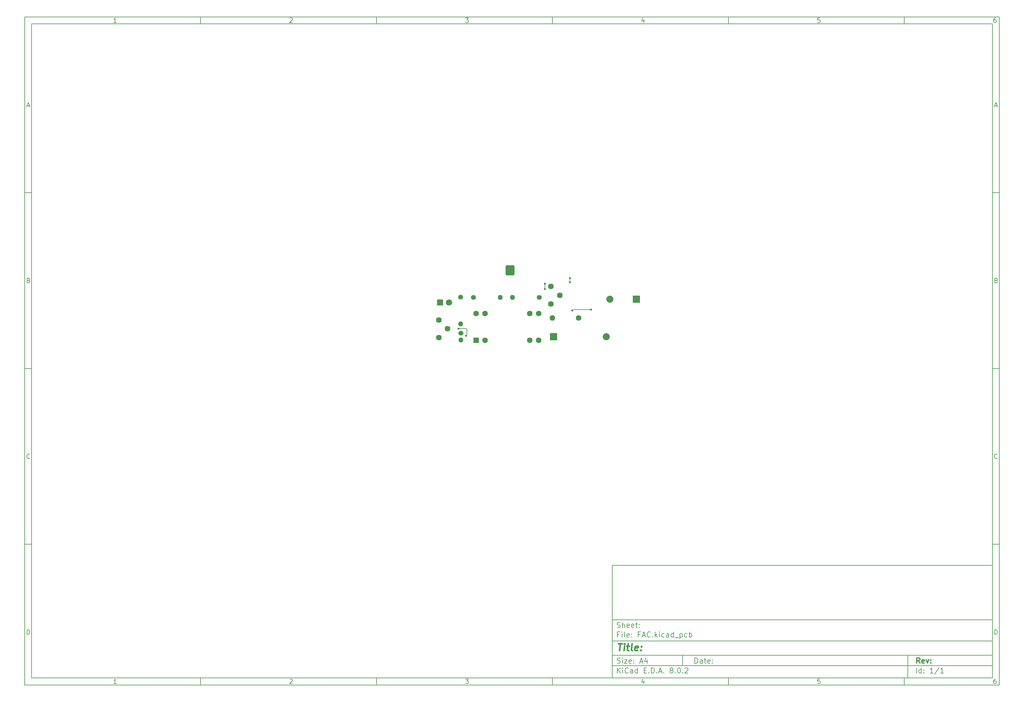
<source format=gbr>
%TF.GenerationSoftware,KiCad,Pcbnew,8.0.2*%
%TF.CreationDate,2024-06-13T18:36:30+05:30*%
%TF.ProjectId,FAC,4641432e-6b69-4636-9164-5f7063625858,rev?*%
%TF.SameCoordinates,Original*%
%TF.FileFunction,Copper,L2,Bot*%
%TF.FilePolarity,Positive*%
%FSLAX46Y46*%
G04 Gerber Fmt 4.6, Leading zero omitted, Abs format (unit mm)*
G04 Created by KiCad (PCBNEW 8.0.2) date 2024-06-13 18:36:30*
%MOMM*%
%LPD*%
G01*
G04 APERTURE LIST*
G04 Aperture macros list*
%AMRoundRect*
0 Rectangle with rounded corners*
0 $1 Rounding radius*
0 $2 $3 $4 $5 $6 $7 $8 $9 X,Y pos of 4 corners*
0 Add a 4 corners polygon primitive as box body*
4,1,4,$2,$3,$4,$5,$6,$7,$8,$9,$2,$3,0*
0 Add four circle primitives for the rounded corners*
1,1,$1+$1,$2,$3*
1,1,$1+$1,$4,$5*
1,1,$1+$1,$6,$7*
1,1,$1+$1,$8,$9*
0 Add four rect primitives between the rounded corners*
20,1,$1+$1,$2,$3,$4,$5,0*
20,1,$1+$1,$4,$5,$6,$7,0*
20,1,$1+$1,$6,$7,$8,$9,0*
20,1,$1+$1,$8,$9,$2,$3,0*%
G04 Aperture macros list end*
%ADD10C,0.100000*%
%ADD11C,0.150000*%
%ADD12C,0.300000*%
%ADD13C,0.400000*%
%TA.AperFunction,ComponentPad*%
%ADD14R,1.600000X1.600000*%
%TD*%
%TA.AperFunction,ComponentPad*%
%ADD15C,1.600000*%
%TD*%
%TA.AperFunction,ComponentPad*%
%ADD16C,1.400000*%
%TD*%
%TA.AperFunction,ComponentPad*%
%ADD17O,1.400000X1.400000*%
%TD*%
%TA.AperFunction,ComponentPad*%
%ADD18R,1.800000X1.800000*%
%TD*%
%TA.AperFunction,ComponentPad*%
%ADD19C,1.800000*%
%TD*%
%TA.AperFunction,ComponentPad*%
%ADD20C,1.620000*%
%TD*%
%TA.AperFunction,ComponentPad*%
%ADD21R,2.000000X2.000000*%
%TD*%
%TA.AperFunction,ComponentPad*%
%ADD22C,2.000000*%
%TD*%
%TA.AperFunction,ComponentPad*%
%ADD23O,2.000000X2.000000*%
%TD*%
%TA.AperFunction,ComponentPad*%
%ADD24RoundRect,0.250000X-0.980000X-1.150000X0.980000X-1.150000X0.980000X1.150000X-0.980000X1.150000X0*%
%TD*%
%TA.AperFunction,ComponentPad*%
%ADD25O,1.600000X1.600000*%
%TD*%
%TA.AperFunction,ViaPad*%
%ADD26C,0.600000*%
%TD*%
%TA.AperFunction,Conductor*%
%ADD27C,0.200000*%
%TD*%
G04 APERTURE END LIST*
D10*
D11*
X177002200Y-166007200D02*
X285002200Y-166007200D01*
X285002200Y-198007200D01*
X177002200Y-198007200D01*
X177002200Y-166007200D01*
D10*
D11*
X10000000Y-10000000D02*
X287002200Y-10000000D01*
X287002200Y-200007200D01*
X10000000Y-200007200D01*
X10000000Y-10000000D01*
D10*
D11*
X12000000Y-12000000D02*
X285002200Y-12000000D01*
X285002200Y-198007200D01*
X12000000Y-198007200D01*
X12000000Y-12000000D01*
D10*
D11*
X60000000Y-12000000D02*
X60000000Y-10000000D01*
D10*
D11*
X110000000Y-12000000D02*
X110000000Y-10000000D01*
D10*
D11*
X160000000Y-12000000D02*
X160000000Y-10000000D01*
D10*
D11*
X210000000Y-12000000D02*
X210000000Y-10000000D01*
D10*
D11*
X260000000Y-12000000D02*
X260000000Y-10000000D01*
D10*
D11*
X36089160Y-11593604D02*
X35346303Y-11593604D01*
X35717731Y-11593604D02*
X35717731Y-10293604D01*
X35717731Y-10293604D02*
X35593922Y-10479319D01*
X35593922Y-10479319D02*
X35470112Y-10603128D01*
X35470112Y-10603128D02*
X35346303Y-10665033D01*
D10*
D11*
X85346303Y-10417414D02*
X85408207Y-10355509D01*
X85408207Y-10355509D02*
X85532017Y-10293604D01*
X85532017Y-10293604D02*
X85841541Y-10293604D01*
X85841541Y-10293604D02*
X85965350Y-10355509D01*
X85965350Y-10355509D02*
X86027255Y-10417414D01*
X86027255Y-10417414D02*
X86089160Y-10541223D01*
X86089160Y-10541223D02*
X86089160Y-10665033D01*
X86089160Y-10665033D02*
X86027255Y-10850747D01*
X86027255Y-10850747D02*
X85284398Y-11593604D01*
X85284398Y-11593604D02*
X86089160Y-11593604D01*
D10*
D11*
X135284398Y-10293604D02*
X136089160Y-10293604D01*
X136089160Y-10293604D02*
X135655826Y-10788842D01*
X135655826Y-10788842D02*
X135841541Y-10788842D01*
X135841541Y-10788842D02*
X135965350Y-10850747D01*
X135965350Y-10850747D02*
X136027255Y-10912652D01*
X136027255Y-10912652D02*
X136089160Y-11036461D01*
X136089160Y-11036461D02*
X136089160Y-11345985D01*
X136089160Y-11345985D02*
X136027255Y-11469795D01*
X136027255Y-11469795D02*
X135965350Y-11531700D01*
X135965350Y-11531700D02*
X135841541Y-11593604D01*
X135841541Y-11593604D02*
X135470112Y-11593604D01*
X135470112Y-11593604D02*
X135346303Y-11531700D01*
X135346303Y-11531700D02*
X135284398Y-11469795D01*
D10*
D11*
X185965350Y-10726938D02*
X185965350Y-11593604D01*
X185655826Y-10231700D02*
X185346303Y-11160271D01*
X185346303Y-11160271D02*
X186151064Y-11160271D01*
D10*
D11*
X236027255Y-10293604D02*
X235408207Y-10293604D01*
X235408207Y-10293604D02*
X235346303Y-10912652D01*
X235346303Y-10912652D02*
X235408207Y-10850747D01*
X235408207Y-10850747D02*
X235532017Y-10788842D01*
X235532017Y-10788842D02*
X235841541Y-10788842D01*
X235841541Y-10788842D02*
X235965350Y-10850747D01*
X235965350Y-10850747D02*
X236027255Y-10912652D01*
X236027255Y-10912652D02*
X236089160Y-11036461D01*
X236089160Y-11036461D02*
X236089160Y-11345985D01*
X236089160Y-11345985D02*
X236027255Y-11469795D01*
X236027255Y-11469795D02*
X235965350Y-11531700D01*
X235965350Y-11531700D02*
X235841541Y-11593604D01*
X235841541Y-11593604D02*
X235532017Y-11593604D01*
X235532017Y-11593604D02*
X235408207Y-11531700D01*
X235408207Y-11531700D02*
X235346303Y-11469795D01*
D10*
D11*
X285965350Y-10293604D02*
X285717731Y-10293604D01*
X285717731Y-10293604D02*
X285593922Y-10355509D01*
X285593922Y-10355509D02*
X285532017Y-10417414D01*
X285532017Y-10417414D02*
X285408207Y-10603128D01*
X285408207Y-10603128D02*
X285346303Y-10850747D01*
X285346303Y-10850747D02*
X285346303Y-11345985D01*
X285346303Y-11345985D02*
X285408207Y-11469795D01*
X285408207Y-11469795D02*
X285470112Y-11531700D01*
X285470112Y-11531700D02*
X285593922Y-11593604D01*
X285593922Y-11593604D02*
X285841541Y-11593604D01*
X285841541Y-11593604D02*
X285965350Y-11531700D01*
X285965350Y-11531700D02*
X286027255Y-11469795D01*
X286027255Y-11469795D02*
X286089160Y-11345985D01*
X286089160Y-11345985D02*
X286089160Y-11036461D01*
X286089160Y-11036461D02*
X286027255Y-10912652D01*
X286027255Y-10912652D02*
X285965350Y-10850747D01*
X285965350Y-10850747D02*
X285841541Y-10788842D01*
X285841541Y-10788842D02*
X285593922Y-10788842D01*
X285593922Y-10788842D02*
X285470112Y-10850747D01*
X285470112Y-10850747D02*
X285408207Y-10912652D01*
X285408207Y-10912652D02*
X285346303Y-11036461D01*
D10*
D11*
X60000000Y-198007200D02*
X60000000Y-200007200D01*
D10*
D11*
X110000000Y-198007200D02*
X110000000Y-200007200D01*
D10*
D11*
X160000000Y-198007200D02*
X160000000Y-200007200D01*
D10*
D11*
X210000000Y-198007200D02*
X210000000Y-200007200D01*
D10*
D11*
X260000000Y-198007200D02*
X260000000Y-200007200D01*
D10*
D11*
X36089160Y-199600804D02*
X35346303Y-199600804D01*
X35717731Y-199600804D02*
X35717731Y-198300804D01*
X35717731Y-198300804D02*
X35593922Y-198486519D01*
X35593922Y-198486519D02*
X35470112Y-198610328D01*
X35470112Y-198610328D02*
X35346303Y-198672233D01*
D10*
D11*
X85346303Y-198424614D02*
X85408207Y-198362709D01*
X85408207Y-198362709D02*
X85532017Y-198300804D01*
X85532017Y-198300804D02*
X85841541Y-198300804D01*
X85841541Y-198300804D02*
X85965350Y-198362709D01*
X85965350Y-198362709D02*
X86027255Y-198424614D01*
X86027255Y-198424614D02*
X86089160Y-198548423D01*
X86089160Y-198548423D02*
X86089160Y-198672233D01*
X86089160Y-198672233D02*
X86027255Y-198857947D01*
X86027255Y-198857947D02*
X85284398Y-199600804D01*
X85284398Y-199600804D02*
X86089160Y-199600804D01*
D10*
D11*
X135284398Y-198300804D02*
X136089160Y-198300804D01*
X136089160Y-198300804D02*
X135655826Y-198796042D01*
X135655826Y-198796042D02*
X135841541Y-198796042D01*
X135841541Y-198796042D02*
X135965350Y-198857947D01*
X135965350Y-198857947D02*
X136027255Y-198919852D01*
X136027255Y-198919852D02*
X136089160Y-199043661D01*
X136089160Y-199043661D02*
X136089160Y-199353185D01*
X136089160Y-199353185D02*
X136027255Y-199476995D01*
X136027255Y-199476995D02*
X135965350Y-199538900D01*
X135965350Y-199538900D02*
X135841541Y-199600804D01*
X135841541Y-199600804D02*
X135470112Y-199600804D01*
X135470112Y-199600804D02*
X135346303Y-199538900D01*
X135346303Y-199538900D02*
X135284398Y-199476995D01*
D10*
D11*
X185965350Y-198734138D02*
X185965350Y-199600804D01*
X185655826Y-198238900D02*
X185346303Y-199167471D01*
X185346303Y-199167471D02*
X186151064Y-199167471D01*
D10*
D11*
X236027255Y-198300804D02*
X235408207Y-198300804D01*
X235408207Y-198300804D02*
X235346303Y-198919852D01*
X235346303Y-198919852D02*
X235408207Y-198857947D01*
X235408207Y-198857947D02*
X235532017Y-198796042D01*
X235532017Y-198796042D02*
X235841541Y-198796042D01*
X235841541Y-198796042D02*
X235965350Y-198857947D01*
X235965350Y-198857947D02*
X236027255Y-198919852D01*
X236027255Y-198919852D02*
X236089160Y-199043661D01*
X236089160Y-199043661D02*
X236089160Y-199353185D01*
X236089160Y-199353185D02*
X236027255Y-199476995D01*
X236027255Y-199476995D02*
X235965350Y-199538900D01*
X235965350Y-199538900D02*
X235841541Y-199600804D01*
X235841541Y-199600804D02*
X235532017Y-199600804D01*
X235532017Y-199600804D02*
X235408207Y-199538900D01*
X235408207Y-199538900D02*
X235346303Y-199476995D01*
D10*
D11*
X285965350Y-198300804D02*
X285717731Y-198300804D01*
X285717731Y-198300804D02*
X285593922Y-198362709D01*
X285593922Y-198362709D02*
X285532017Y-198424614D01*
X285532017Y-198424614D02*
X285408207Y-198610328D01*
X285408207Y-198610328D02*
X285346303Y-198857947D01*
X285346303Y-198857947D02*
X285346303Y-199353185D01*
X285346303Y-199353185D02*
X285408207Y-199476995D01*
X285408207Y-199476995D02*
X285470112Y-199538900D01*
X285470112Y-199538900D02*
X285593922Y-199600804D01*
X285593922Y-199600804D02*
X285841541Y-199600804D01*
X285841541Y-199600804D02*
X285965350Y-199538900D01*
X285965350Y-199538900D02*
X286027255Y-199476995D01*
X286027255Y-199476995D02*
X286089160Y-199353185D01*
X286089160Y-199353185D02*
X286089160Y-199043661D01*
X286089160Y-199043661D02*
X286027255Y-198919852D01*
X286027255Y-198919852D02*
X285965350Y-198857947D01*
X285965350Y-198857947D02*
X285841541Y-198796042D01*
X285841541Y-198796042D02*
X285593922Y-198796042D01*
X285593922Y-198796042D02*
X285470112Y-198857947D01*
X285470112Y-198857947D02*
X285408207Y-198919852D01*
X285408207Y-198919852D02*
X285346303Y-199043661D01*
D10*
D11*
X10000000Y-60000000D02*
X12000000Y-60000000D01*
D10*
D11*
X10000000Y-110000000D02*
X12000000Y-110000000D01*
D10*
D11*
X10000000Y-160000000D02*
X12000000Y-160000000D01*
D10*
D11*
X10690476Y-35222176D02*
X11309523Y-35222176D01*
X10566666Y-35593604D02*
X10999999Y-34293604D01*
X10999999Y-34293604D02*
X11433333Y-35593604D01*
D10*
D11*
X11092857Y-84912652D02*
X11278571Y-84974557D01*
X11278571Y-84974557D02*
X11340476Y-85036461D01*
X11340476Y-85036461D02*
X11402380Y-85160271D01*
X11402380Y-85160271D02*
X11402380Y-85345985D01*
X11402380Y-85345985D02*
X11340476Y-85469795D01*
X11340476Y-85469795D02*
X11278571Y-85531700D01*
X11278571Y-85531700D02*
X11154761Y-85593604D01*
X11154761Y-85593604D02*
X10659523Y-85593604D01*
X10659523Y-85593604D02*
X10659523Y-84293604D01*
X10659523Y-84293604D02*
X11092857Y-84293604D01*
X11092857Y-84293604D02*
X11216666Y-84355509D01*
X11216666Y-84355509D02*
X11278571Y-84417414D01*
X11278571Y-84417414D02*
X11340476Y-84541223D01*
X11340476Y-84541223D02*
X11340476Y-84665033D01*
X11340476Y-84665033D02*
X11278571Y-84788842D01*
X11278571Y-84788842D02*
X11216666Y-84850747D01*
X11216666Y-84850747D02*
X11092857Y-84912652D01*
X11092857Y-84912652D02*
X10659523Y-84912652D01*
D10*
D11*
X11402380Y-135469795D02*
X11340476Y-135531700D01*
X11340476Y-135531700D02*
X11154761Y-135593604D01*
X11154761Y-135593604D02*
X11030952Y-135593604D01*
X11030952Y-135593604D02*
X10845238Y-135531700D01*
X10845238Y-135531700D02*
X10721428Y-135407890D01*
X10721428Y-135407890D02*
X10659523Y-135284080D01*
X10659523Y-135284080D02*
X10597619Y-135036461D01*
X10597619Y-135036461D02*
X10597619Y-134850747D01*
X10597619Y-134850747D02*
X10659523Y-134603128D01*
X10659523Y-134603128D02*
X10721428Y-134479319D01*
X10721428Y-134479319D02*
X10845238Y-134355509D01*
X10845238Y-134355509D02*
X11030952Y-134293604D01*
X11030952Y-134293604D02*
X11154761Y-134293604D01*
X11154761Y-134293604D02*
X11340476Y-134355509D01*
X11340476Y-134355509D02*
X11402380Y-134417414D01*
D10*
D11*
X10659523Y-185593604D02*
X10659523Y-184293604D01*
X10659523Y-184293604D02*
X10969047Y-184293604D01*
X10969047Y-184293604D02*
X11154761Y-184355509D01*
X11154761Y-184355509D02*
X11278571Y-184479319D01*
X11278571Y-184479319D02*
X11340476Y-184603128D01*
X11340476Y-184603128D02*
X11402380Y-184850747D01*
X11402380Y-184850747D02*
X11402380Y-185036461D01*
X11402380Y-185036461D02*
X11340476Y-185284080D01*
X11340476Y-185284080D02*
X11278571Y-185407890D01*
X11278571Y-185407890D02*
X11154761Y-185531700D01*
X11154761Y-185531700D02*
X10969047Y-185593604D01*
X10969047Y-185593604D02*
X10659523Y-185593604D01*
D10*
D11*
X287002200Y-60000000D02*
X285002200Y-60000000D01*
D10*
D11*
X287002200Y-110000000D02*
X285002200Y-110000000D01*
D10*
D11*
X287002200Y-160000000D02*
X285002200Y-160000000D01*
D10*
D11*
X285692676Y-35222176D02*
X286311723Y-35222176D01*
X285568866Y-35593604D02*
X286002199Y-34293604D01*
X286002199Y-34293604D02*
X286435533Y-35593604D01*
D10*
D11*
X286095057Y-84912652D02*
X286280771Y-84974557D01*
X286280771Y-84974557D02*
X286342676Y-85036461D01*
X286342676Y-85036461D02*
X286404580Y-85160271D01*
X286404580Y-85160271D02*
X286404580Y-85345985D01*
X286404580Y-85345985D02*
X286342676Y-85469795D01*
X286342676Y-85469795D02*
X286280771Y-85531700D01*
X286280771Y-85531700D02*
X286156961Y-85593604D01*
X286156961Y-85593604D02*
X285661723Y-85593604D01*
X285661723Y-85593604D02*
X285661723Y-84293604D01*
X285661723Y-84293604D02*
X286095057Y-84293604D01*
X286095057Y-84293604D02*
X286218866Y-84355509D01*
X286218866Y-84355509D02*
X286280771Y-84417414D01*
X286280771Y-84417414D02*
X286342676Y-84541223D01*
X286342676Y-84541223D02*
X286342676Y-84665033D01*
X286342676Y-84665033D02*
X286280771Y-84788842D01*
X286280771Y-84788842D02*
X286218866Y-84850747D01*
X286218866Y-84850747D02*
X286095057Y-84912652D01*
X286095057Y-84912652D02*
X285661723Y-84912652D01*
D10*
D11*
X286404580Y-135469795D02*
X286342676Y-135531700D01*
X286342676Y-135531700D02*
X286156961Y-135593604D01*
X286156961Y-135593604D02*
X286033152Y-135593604D01*
X286033152Y-135593604D02*
X285847438Y-135531700D01*
X285847438Y-135531700D02*
X285723628Y-135407890D01*
X285723628Y-135407890D02*
X285661723Y-135284080D01*
X285661723Y-135284080D02*
X285599819Y-135036461D01*
X285599819Y-135036461D02*
X285599819Y-134850747D01*
X285599819Y-134850747D02*
X285661723Y-134603128D01*
X285661723Y-134603128D02*
X285723628Y-134479319D01*
X285723628Y-134479319D02*
X285847438Y-134355509D01*
X285847438Y-134355509D02*
X286033152Y-134293604D01*
X286033152Y-134293604D02*
X286156961Y-134293604D01*
X286156961Y-134293604D02*
X286342676Y-134355509D01*
X286342676Y-134355509D02*
X286404580Y-134417414D01*
D10*
D11*
X285661723Y-185593604D02*
X285661723Y-184293604D01*
X285661723Y-184293604D02*
X285971247Y-184293604D01*
X285971247Y-184293604D02*
X286156961Y-184355509D01*
X286156961Y-184355509D02*
X286280771Y-184479319D01*
X286280771Y-184479319D02*
X286342676Y-184603128D01*
X286342676Y-184603128D02*
X286404580Y-184850747D01*
X286404580Y-184850747D02*
X286404580Y-185036461D01*
X286404580Y-185036461D02*
X286342676Y-185284080D01*
X286342676Y-185284080D02*
X286280771Y-185407890D01*
X286280771Y-185407890D02*
X286156961Y-185531700D01*
X286156961Y-185531700D02*
X285971247Y-185593604D01*
X285971247Y-185593604D02*
X285661723Y-185593604D01*
D10*
D11*
X200458026Y-193793328D02*
X200458026Y-192293328D01*
X200458026Y-192293328D02*
X200815169Y-192293328D01*
X200815169Y-192293328D02*
X201029455Y-192364757D01*
X201029455Y-192364757D02*
X201172312Y-192507614D01*
X201172312Y-192507614D02*
X201243741Y-192650471D01*
X201243741Y-192650471D02*
X201315169Y-192936185D01*
X201315169Y-192936185D02*
X201315169Y-193150471D01*
X201315169Y-193150471D02*
X201243741Y-193436185D01*
X201243741Y-193436185D02*
X201172312Y-193579042D01*
X201172312Y-193579042D02*
X201029455Y-193721900D01*
X201029455Y-193721900D02*
X200815169Y-193793328D01*
X200815169Y-193793328D02*
X200458026Y-193793328D01*
X202600884Y-193793328D02*
X202600884Y-193007614D01*
X202600884Y-193007614D02*
X202529455Y-192864757D01*
X202529455Y-192864757D02*
X202386598Y-192793328D01*
X202386598Y-192793328D02*
X202100884Y-192793328D01*
X202100884Y-192793328D02*
X201958026Y-192864757D01*
X202600884Y-193721900D02*
X202458026Y-193793328D01*
X202458026Y-193793328D02*
X202100884Y-193793328D01*
X202100884Y-193793328D02*
X201958026Y-193721900D01*
X201958026Y-193721900D02*
X201886598Y-193579042D01*
X201886598Y-193579042D02*
X201886598Y-193436185D01*
X201886598Y-193436185D02*
X201958026Y-193293328D01*
X201958026Y-193293328D02*
X202100884Y-193221900D01*
X202100884Y-193221900D02*
X202458026Y-193221900D01*
X202458026Y-193221900D02*
X202600884Y-193150471D01*
X203100884Y-192793328D02*
X203672312Y-192793328D01*
X203315169Y-192293328D02*
X203315169Y-193579042D01*
X203315169Y-193579042D02*
X203386598Y-193721900D01*
X203386598Y-193721900D02*
X203529455Y-193793328D01*
X203529455Y-193793328D02*
X203672312Y-193793328D01*
X204743741Y-193721900D02*
X204600884Y-193793328D01*
X204600884Y-193793328D02*
X204315170Y-193793328D01*
X204315170Y-193793328D02*
X204172312Y-193721900D01*
X204172312Y-193721900D02*
X204100884Y-193579042D01*
X204100884Y-193579042D02*
X204100884Y-193007614D01*
X204100884Y-193007614D02*
X204172312Y-192864757D01*
X204172312Y-192864757D02*
X204315170Y-192793328D01*
X204315170Y-192793328D02*
X204600884Y-192793328D01*
X204600884Y-192793328D02*
X204743741Y-192864757D01*
X204743741Y-192864757D02*
X204815170Y-193007614D01*
X204815170Y-193007614D02*
X204815170Y-193150471D01*
X204815170Y-193150471D02*
X204100884Y-193293328D01*
X205458026Y-193650471D02*
X205529455Y-193721900D01*
X205529455Y-193721900D02*
X205458026Y-193793328D01*
X205458026Y-193793328D02*
X205386598Y-193721900D01*
X205386598Y-193721900D02*
X205458026Y-193650471D01*
X205458026Y-193650471D02*
X205458026Y-193793328D01*
X205458026Y-192864757D02*
X205529455Y-192936185D01*
X205529455Y-192936185D02*
X205458026Y-193007614D01*
X205458026Y-193007614D02*
X205386598Y-192936185D01*
X205386598Y-192936185D02*
X205458026Y-192864757D01*
X205458026Y-192864757D02*
X205458026Y-193007614D01*
D10*
D11*
X177002200Y-194507200D02*
X285002200Y-194507200D01*
D10*
D11*
X178458026Y-196593328D02*
X178458026Y-195093328D01*
X179315169Y-196593328D02*
X178672312Y-195736185D01*
X179315169Y-195093328D02*
X178458026Y-195950471D01*
X179958026Y-196593328D02*
X179958026Y-195593328D01*
X179958026Y-195093328D02*
X179886598Y-195164757D01*
X179886598Y-195164757D02*
X179958026Y-195236185D01*
X179958026Y-195236185D02*
X180029455Y-195164757D01*
X180029455Y-195164757D02*
X179958026Y-195093328D01*
X179958026Y-195093328D02*
X179958026Y-195236185D01*
X181529455Y-196450471D02*
X181458027Y-196521900D01*
X181458027Y-196521900D02*
X181243741Y-196593328D01*
X181243741Y-196593328D02*
X181100884Y-196593328D01*
X181100884Y-196593328D02*
X180886598Y-196521900D01*
X180886598Y-196521900D02*
X180743741Y-196379042D01*
X180743741Y-196379042D02*
X180672312Y-196236185D01*
X180672312Y-196236185D02*
X180600884Y-195950471D01*
X180600884Y-195950471D02*
X180600884Y-195736185D01*
X180600884Y-195736185D02*
X180672312Y-195450471D01*
X180672312Y-195450471D02*
X180743741Y-195307614D01*
X180743741Y-195307614D02*
X180886598Y-195164757D01*
X180886598Y-195164757D02*
X181100884Y-195093328D01*
X181100884Y-195093328D02*
X181243741Y-195093328D01*
X181243741Y-195093328D02*
X181458027Y-195164757D01*
X181458027Y-195164757D02*
X181529455Y-195236185D01*
X182815170Y-196593328D02*
X182815170Y-195807614D01*
X182815170Y-195807614D02*
X182743741Y-195664757D01*
X182743741Y-195664757D02*
X182600884Y-195593328D01*
X182600884Y-195593328D02*
X182315170Y-195593328D01*
X182315170Y-195593328D02*
X182172312Y-195664757D01*
X182815170Y-196521900D02*
X182672312Y-196593328D01*
X182672312Y-196593328D02*
X182315170Y-196593328D01*
X182315170Y-196593328D02*
X182172312Y-196521900D01*
X182172312Y-196521900D02*
X182100884Y-196379042D01*
X182100884Y-196379042D02*
X182100884Y-196236185D01*
X182100884Y-196236185D02*
X182172312Y-196093328D01*
X182172312Y-196093328D02*
X182315170Y-196021900D01*
X182315170Y-196021900D02*
X182672312Y-196021900D01*
X182672312Y-196021900D02*
X182815170Y-195950471D01*
X184172313Y-196593328D02*
X184172313Y-195093328D01*
X184172313Y-196521900D02*
X184029455Y-196593328D01*
X184029455Y-196593328D02*
X183743741Y-196593328D01*
X183743741Y-196593328D02*
X183600884Y-196521900D01*
X183600884Y-196521900D02*
X183529455Y-196450471D01*
X183529455Y-196450471D02*
X183458027Y-196307614D01*
X183458027Y-196307614D02*
X183458027Y-195879042D01*
X183458027Y-195879042D02*
X183529455Y-195736185D01*
X183529455Y-195736185D02*
X183600884Y-195664757D01*
X183600884Y-195664757D02*
X183743741Y-195593328D01*
X183743741Y-195593328D02*
X184029455Y-195593328D01*
X184029455Y-195593328D02*
X184172313Y-195664757D01*
X186029455Y-195807614D02*
X186529455Y-195807614D01*
X186743741Y-196593328D02*
X186029455Y-196593328D01*
X186029455Y-196593328D02*
X186029455Y-195093328D01*
X186029455Y-195093328D02*
X186743741Y-195093328D01*
X187386598Y-196450471D02*
X187458027Y-196521900D01*
X187458027Y-196521900D02*
X187386598Y-196593328D01*
X187386598Y-196593328D02*
X187315170Y-196521900D01*
X187315170Y-196521900D02*
X187386598Y-196450471D01*
X187386598Y-196450471D02*
X187386598Y-196593328D01*
X188100884Y-196593328D02*
X188100884Y-195093328D01*
X188100884Y-195093328D02*
X188458027Y-195093328D01*
X188458027Y-195093328D02*
X188672313Y-195164757D01*
X188672313Y-195164757D02*
X188815170Y-195307614D01*
X188815170Y-195307614D02*
X188886599Y-195450471D01*
X188886599Y-195450471D02*
X188958027Y-195736185D01*
X188958027Y-195736185D02*
X188958027Y-195950471D01*
X188958027Y-195950471D02*
X188886599Y-196236185D01*
X188886599Y-196236185D02*
X188815170Y-196379042D01*
X188815170Y-196379042D02*
X188672313Y-196521900D01*
X188672313Y-196521900D02*
X188458027Y-196593328D01*
X188458027Y-196593328D02*
X188100884Y-196593328D01*
X189600884Y-196450471D02*
X189672313Y-196521900D01*
X189672313Y-196521900D02*
X189600884Y-196593328D01*
X189600884Y-196593328D02*
X189529456Y-196521900D01*
X189529456Y-196521900D02*
X189600884Y-196450471D01*
X189600884Y-196450471D02*
X189600884Y-196593328D01*
X190243742Y-196164757D02*
X190958028Y-196164757D01*
X190100885Y-196593328D02*
X190600885Y-195093328D01*
X190600885Y-195093328D02*
X191100885Y-196593328D01*
X191600884Y-196450471D02*
X191672313Y-196521900D01*
X191672313Y-196521900D02*
X191600884Y-196593328D01*
X191600884Y-196593328D02*
X191529456Y-196521900D01*
X191529456Y-196521900D02*
X191600884Y-196450471D01*
X191600884Y-196450471D02*
X191600884Y-196593328D01*
X193672313Y-195736185D02*
X193529456Y-195664757D01*
X193529456Y-195664757D02*
X193458027Y-195593328D01*
X193458027Y-195593328D02*
X193386599Y-195450471D01*
X193386599Y-195450471D02*
X193386599Y-195379042D01*
X193386599Y-195379042D02*
X193458027Y-195236185D01*
X193458027Y-195236185D02*
X193529456Y-195164757D01*
X193529456Y-195164757D02*
X193672313Y-195093328D01*
X193672313Y-195093328D02*
X193958027Y-195093328D01*
X193958027Y-195093328D02*
X194100885Y-195164757D01*
X194100885Y-195164757D02*
X194172313Y-195236185D01*
X194172313Y-195236185D02*
X194243742Y-195379042D01*
X194243742Y-195379042D02*
X194243742Y-195450471D01*
X194243742Y-195450471D02*
X194172313Y-195593328D01*
X194172313Y-195593328D02*
X194100885Y-195664757D01*
X194100885Y-195664757D02*
X193958027Y-195736185D01*
X193958027Y-195736185D02*
X193672313Y-195736185D01*
X193672313Y-195736185D02*
X193529456Y-195807614D01*
X193529456Y-195807614D02*
X193458027Y-195879042D01*
X193458027Y-195879042D02*
X193386599Y-196021900D01*
X193386599Y-196021900D02*
X193386599Y-196307614D01*
X193386599Y-196307614D02*
X193458027Y-196450471D01*
X193458027Y-196450471D02*
X193529456Y-196521900D01*
X193529456Y-196521900D02*
X193672313Y-196593328D01*
X193672313Y-196593328D02*
X193958027Y-196593328D01*
X193958027Y-196593328D02*
X194100885Y-196521900D01*
X194100885Y-196521900D02*
X194172313Y-196450471D01*
X194172313Y-196450471D02*
X194243742Y-196307614D01*
X194243742Y-196307614D02*
X194243742Y-196021900D01*
X194243742Y-196021900D02*
X194172313Y-195879042D01*
X194172313Y-195879042D02*
X194100885Y-195807614D01*
X194100885Y-195807614D02*
X193958027Y-195736185D01*
X194886598Y-196450471D02*
X194958027Y-196521900D01*
X194958027Y-196521900D02*
X194886598Y-196593328D01*
X194886598Y-196593328D02*
X194815170Y-196521900D01*
X194815170Y-196521900D02*
X194886598Y-196450471D01*
X194886598Y-196450471D02*
X194886598Y-196593328D01*
X195886599Y-195093328D02*
X196029456Y-195093328D01*
X196029456Y-195093328D02*
X196172313Y-195164757D01*
X196172313Y-195164757D02*
X196243742Y-195236185D01*
X196243742Y-195236185D02*
X196315170Y-195379042D01*
X196315170Y-195379042D02*
X196386599Y-195664757D01*
X196386599Y-195664757D02*
X196386599Y-196021900D01*
X196386599Y-196021900D02*
X196315170Y-196307614D01*
X196315170Y-196307614D02*
X196243742Y-196450471D01*
X196243742Y-196450471D02*
X196172313Y-196521900D01*
X196172313Y-196521900D02*
X196029456Y-196593328D01*
X196029456Y-196593328D02*
X195886599Y-196593328D01*
X195886599Y-196593328D02*
X195743742Y-196521900D01*
X195743742Y-196521900D02*
X195672313Y-196450471D01*
X195672313Y-196450471D02*
X195600884Y-196307614D01*
X195600884Y-196307614D02*
X195529456Y-196021900D01*
X195529456Y-196021900D02*
X195529456Y-195664757D01*
X195529456Y-195664757D02*
X195600884Y-195379042D01*
X195600884Y-195379042D02*
X195672313Y-195236185D01*
X195672313Y-195236185D02*
X195743742Y-195164757D01*
X195743742Y-195164757D02*
X195886599Y-195093328D01*
X197029455Y-196450471D02*
X197100884Y-196521900D01*
X197100884Y-196521900D02*
X197029455Y-196593328D01*
X197029455Y-196593328D02*
X196958027Y-196521900D01*
X196958027Y-196521900D02*
X197029455Y-196450471D01*
X197029455Y-196450471D02*
X197029455Y-196593328D01*
X197672313Y-195236185D02*
X197743741Y-195164757D01*
X197743741Y-195164757D02*
X197886599Y-195093328D01*
X197886599Y-195093328D02*
X198243741Y-195093328D01*
X198243741Y-195093328D02*
X198386599Y-195164757D01*
X198386599Y-195164757D02*
X198458027Y-195236185D01*
X198458027Y-195236185D02*
X198529456Y-195379042D01*
X198529456Y-195379042D02*
X198529456Y-195521900D01*
X198529456Y-195521900D02*
X198458027Y-195736185D01*
X198458027Y-195736185D02*
X197600884Y-196593328D01*
X197600884Y-196593328D02*
X198529456Y-196593328D01*
D10*
D11*
X177002200Y-191507200D02*
X285002200Y-191507200D01*
D10*
D12*
X264413853Y-193785528D02*
X263913853Y-193071242D01*
X263556710Y-193785528D02*
X263556710Y-192285528D01*
X263556710Y-192285528D02*
X264128139Y-192285528D01*
X264128139Y-192285528D02*
X264270996Y-192356957D01*
X264270996Y-192356957D02*
X264342425Y-192428385D01*
X264342425Y-192428385D02*
X264413853Y-192571242D01*
X264413853Y-192571242D02*
X264413853Y-192785528D01*
X264413853Y-192785528D02*
X264342425Y-192928385D01*
X264342425Y-192928385D02*
X264270996Y-192999814D01*
X264270996Y-192999814D02*
X264128139Y-193071242D01*
X264128139Y-193071242D02*
X263556710Y-193071242D01*
X265628139Y-193714100D02*
X265485282Y-193785528D01*
X265485282Y-193785528D02*
X265199568Y-193785528D01*
X265199568Y-193785528D02*
X265056710Y-193714100D01*
X265056710Y-193714100D02*
X264985282Y-193571242D01*
X264985282Y-193571242D02*
X264985282Y-192999814D01*
X264985282Y-192999814D02*
X265056710Y-192856957D01*
X265056710Y-192856957D02*
X265199568Y-192785528D01*
X265199568Y-192785528D02*
X265485282Y-192785528D01*
X265485282Y-192785528D02*
X265628139Y-192856957D01*
X265628139Y-192856957D02*
X265699568Y-192999814D01*
X265699568Y-192999814D02*
X265699568Y-193142671D01*
X265699568Y-193142671D02*
X264985282Y-193285528D01*
X266199567Y-192785528D02*
X266556710Y-193785528D01*
X266556710Y-193785528D02*
X266913853Y-192785528D01*
X267485281Y-193642671D02*
X267556710Y-193714100D01*
X267556710Y-193714100D02*
X267485281Y-193785528D01*
X267485281Y-193785528D02*
X267413853Y-193714100D01*
X267413853Y-193714100D02*
X267485281Y-193642671D01*
X267485281Y-193642671D02*
X267485281Y-193785528D01*
X267485281Y-192856957D02*
X267556710Y-192928385D01*
X267556710Y-192928385D02*
X267485281Y-192999814D01*
X267485281Y-192999814D02*
X267413853Y-192928385D01*
X267413853Y-192928385D02*
X267485281Y-192856957D01*
X267485281Y-192856957D02*
X267485281Y-192999814D01*
D10*
D11*
X178386598Y-193721900D02*
X178600884Y-193793328D01*
X178600884Y-193793328D02*
X178958026Y-193793328D01*
X178958026Y-193793328D02*
X179100884Y-193721900D01*
X179100884Y-193721900D02*
X179172312Y-193650471D01*
X179172312Y-193650471D02*
X179243741Y-193507614D01*
X179243741Y-193507614D02*
X179243741Y-193364757D01*
X179243741Y-193364757D02*
X179172312Y-193221900D01*
X179172312Y-193221900D02*
X179100884Y-193150471D01*
X179100884Y-193150471D02*
X178958026Y-193079042D01*
X178958026Y-193079042D02*
X178672312Y-193007614D01*
X178672312Y-193007614D02*
X178529455Y-192936185D01*
X178529455Y-192936185D02*
X178458026Y-192864757D01*
X178458026Y-192864757D02*
X178386598Y-192721900D01*
X178386598Y-192721900D02*
X178386598Y-192579042D01*
X178386598Y-192579042D02*
X178458026Y-192436185D01*
X178458026Y-192436185D02*
X178529455Y-192364757D01*
X178529455Y-192364757D02*
X178672312Y-192293328D01*
X178672312Y-192293328D02*
X179029455Y-192293328D01*
X179029455Y-192293328D02*
X179243741Y-192364757D01*
X179886597Y-193793328D02*
X179886597Y-192793328D01*
X179886597Y-192293328D02*
X179815169Y-192364757D01*
X179815169Y-192364757D02*
X179886597Y-192436185D01*
X179886597Y-192436185D02*
X179958026Y-192364757D01*
X179958026Y-192364757D02*
X179886597Y-192293328D01*
X179886597Y-192293328D02*
X179886597Y-192436185D01*
X180458026Y-192793328D02*
X181243741Y-192793328D01*
X181243741Y-192793328D02*
X180458026Y-193793328D01*
X180458026Y-193793328D02*
X181243741Y-193793328D01*
X182386598Y-193721900D02*
X182243741Y-193793328D01*
X182243741Y-193793328D02*
X181958027Y-193793328D01*
X181958027Y-193793328D02*
X181815169Y-193721900D01*
X181815169Y-193721900D02*
X181743741Y-193579042D01*
X181743741Y-193579042D02*
X181743741Y-193007614D01*
X181743741Y-193007614D02*
X181815169Y-192864757D01*
X181815169Y-192864757D02*
X181958027Y-192793328D01*
X181958027Y-192793328D02*
X182243741Y-192793328D01*
X182243741Y-192793328D02*
X182386598Y-192864757D01*
X182386598Y-192864757D02*
X182458027Y-193007614D01*
X182458027Y-193007614D02*
X182458027Y-193150471D01*
X182458027Y-193150471D02*
X181743741Y-193293328D01*
X183100883Y-193650471D02*
X183172312Y-193721900D01*
X183172312Y-193721900D02*
X183100883Y-193793328D01*
X183100883Y-193793328D02*
X183029455Y-193721900D01*
X183029455Y-193721900D02*
X183100883Y-193650471D01*
X183100883Y-193650471D02*
X183100883Y-193793328D01*
X183100883Y-192864757D02*
X183172312Y-192936185D01*
X183172312Y-192936185D02*
X183100883Y-193007614D01*
X183100883Y-193007614D02*
X183029455Y-192936185D01*
X183029455Y-192936185D02*
X183100883Y-192864757D01*
X183100883Y-192864757D02*
X183100883Y-193007614D01*
X184886598Y-193364757D02*
X185600884Y-193364757D01*
X184743741Y-193793328D02*
X185243741Y-192293328D01*
X185243741Y-192293328D02*
X185743741Y-193793328D01*
X186886598Y-192793328D02*
X186886598Y-193793328D01*
X186529455Y-192221900D02*
X186172312Y-193293328D01*
X186172312Y-193293328D02*
X187100883Y-193293328D01*
D10*
D11*
X263458026Y-196593328D02*
X263458026Y-195093328D01*
X264815170Y-196593328D02*
X264815170Y-195093328D01*
X264815170Y-196521900D02*
X264672312Y-196593328D01*
X264672312Y-196593328D02*
X264386598Y-196593328D01*
X264386598Y-196593328D02*
X264243741Y-196521900D01*
X264243741Y-196521900D02*
X264172312Y-196450471D01*
X264172312Y-196450471D02*
X264100884Y-196307614D01*
X264100884Y-196307614D02*
X264100884Y-195879042D01*
X264100884Y-195879042D02*
X264172312Y-195736185D01*
X264172312Y-195736185D02*
X264243741Y-195664757D01*
X264243741Y-195664757D02*
X264386598Y-195593328D01*
X264386598Y-195593328D02*
X264672312Y-195593328D01*
X264672312Y-195593328D02*
X264815170Y-195664757D01*
X265529455Y-196450471D02*
X265600884Y-196521900D01*
X265600884Y-196521900D02*
X265529455Y-196593328D01*
X265529455Y-196593328D02*
X265458027Y-196521900D01*
X265458027Y-196521900D02*
X265529455Y-196450471D01*
X265529455Y-196450471D02*
X265529455Y-196593328D01*
X265529455Y-195664757D02*
X265600884Y-195736185D01*
X265600884Y-195736185D02*
X265529455Y-195807614D01*
X265529455Y-195807614D02*
X265458027Y-195736185D01*
X265458027Y-195736185D02*
X265529455Y-195664757D01*
X265529455Y-195664757D02*
X265529455Y-195807614D01*
X268172313Y-196593328D02*
X267315170Y-196593328D01*
X267743741Y-196593328D02*
X267743741Y-195093328D01*
X267743741Y-195093328D02*
X267600884Y-195307614D01*
X267600884Y-195307614D02*
X267458027Y-195450471D01*
X267458027Y-195450471D02*
X267315170Y-195521900D01*
X269886598Y-195021900D02*
X268600884Y-196950471D01*
X271172313Y-196593328D02*
X270315170Y-196593328D01*
X270743741Y-196593328D02*
X270743741Y-195093328D01*
X270743741Y-195093328D02*
X270600884Y-195307614D01*
X270600884Y-195307614D02*
X270458027Y-195450471D01*
X270458027Y-195450471D02*
X270315170Y-195521900D01*
D10*
D11*
X177002200Y-187507200D02*
X285002200Y-187507200D01*
D10*
D13*
X178693928Y-188211638D02*
X179836785Y-188211638D01*
X179015357Y-190211638D02*
X179265357Y-188211638D01*
X180253452Y-190211638D02*
X180420119Y-188878304D01*
X180503452Y-188211638D02*
X180396309Y-188306876D01*
X180396309Y-188306876D02*
X180479643Y-188402114D01*
X180479643Y-188402114D02*
X180586786Y-188306876D01*
X180586786Y-188306876D02*
X180503452Y-188211638D01*
X180503452Y-188211638D02*
X180479643Y-188402114D01*
X181086786Y-188878304D02*
X181848690Y-188878304D01*
X181455833Y-188211638D02*
X181241548Y-189925923D01*
X181241548Y-189925923D02*
X181312976Y-190116400D01*
X181312976Y-190116400D02*
X181491548Y-190211638D01*
X181491548Y-190211638D02*
X181682024Y-190211638D01*
X182634405Y-190211638D02*
X182455833Y-190116400D01*
X182455833Y-190116400D02*
X182384405Y-189925923D01*
X182384405Y-189925923D02*
X182598690Y-188211638D01*
X184170119Y-190116400D02*
X183967738Y-190211638D01*
X183967738Y-190211638D02*
X183586785Y-190211638D01*
X183586785Y-190211638D02*
X183408214Y-190116400D01*
X183408214Y-190116400D02*
X183336785Y-189925923D01*
X183336785Y-189925923D02*
X183432024Y-189164019D01*
X183432024Y-189164019D02*
X183551071Y-188973542D01*
X183551071Y-188973542D02*
X183753452Y-188878304D01*
X183753452Y-188878304D02*
X184134404Y-188878304D01*
X184134404Y-188878304D02*
X184312976Y-188973542D01*
X184312976Y-188973542D02*
X184384404Y-189164019D01*
X184384404Y-189164019D02*
X184360595Y-189354495D01*
X184360595Y-189354495D02*
X183384404Y-189544971D01*
X185134405Y-190021161D02*
X185217738Y-190116400D01*
X185217738Y-190116400D02*
X185110595Y-190211638D01*
X185110595Y-190211638D02*
X185027262Y-190116400D01*
X185027262Y-190116400D02*
X185134405Y-190021161D01*
X185134405Y-190021161D02*
X185110595Y-190211638D01*
X185265357Y-188973542D02*
X185348690Y-189068780D01*
X185348690Y-189068780D02*
X185241548Y-189164019D01*
X185241548Y-189164019D02*
X185158214Y-189068780D01*
X185158214Y-189068780D02*
X185265357Y-188973542D01*
X185265357Y-188973542D02*
X185241548Y-189164019D01*
D10*
D11*
X178958026Y-185607614D02*
X178458026Y-185607614D01*
X178458026Y-186393328D02*
X178458026Y-184893328D01*
X178458026Y-184893328D02*
X179172312Y-184893328D01*
X179743740Y-186393328D02*
X179743740Y-185393328D01*
X179743740Y-184893328D02*
X179672312Y-184964757D01*
X179672312Y-184964757D02*
X179743740Y-185036185D01*
X179743740Y-185036185D02*
X179815169Y-184964757D01*
X179815169Y-184964757D02*
X179743740Y-184893328D01*
X179743740Y-184893328D02*
X179743740Y-185036185D01*
X180672312Y-186393328D02*
X180529455Y-186321900D01*
X180529455Y-186321900D02*
X180458026Y-186179042D01*
X180458026Y-186179042D02*
X180458026Y-184893328D01*
X181815169Y-186321900D02*
X181672312Y-186393328D01*
X181672312Y-186393328D02*
X181386598Y-186393328D01*
X181386598Y-186393328D02*
X181243740Y-186321900D01*
X181243740Y-186321900D02*
X181172312Y-186179042D01*
X181172312Y-186179042D02*
X181172312Y-185607614D01*
X181172312Y-185607614D02*
X181243740Y-185464757D01*
X181243740Y-185464757D02*
X181386598Y-185393328D01*
X181386598Y-185393328D02*
X181672312Y-185393328D01*
X181672312Y-185393328D02*
X181815169Y-185464757D01*
X181815169Y-185464757D02*
X181886598Y-185607614D01*
X181886598Y-185607614D02*
X181886598Y-185750471D01*
X181886598Y-185750471D02*
X181172312Y-185893328D01*
X182529454Y-186250471D02*
X182600883Y-186321900D01*
X182600883Y-186321900D02*
X182529454Y-186393328D01*
X182529454Y-186393328D02*
X182458026Y-186321900D01*
X182458026Y-186321900D02*
X182529454Y-186250471D01*
X182529454Y-186250471D02*
X182529454Y-186393328D01*
X182529454Y-185464757D02*
X182600883Y-185536185D01*
X182600883Y-185536185D02*
X182529454Y-185607614D01*
X182529454Y-185607614D02*
X182458026Y-185536185D01*
X182458026Y-185536185D02*
X182529454Y-185464757D01*
X182529454Y-185464757D02*
X182529454Y-185607614D01*
X184886597Y-185607614D02*
X184386597Y-185607614D01*
X184386597Y-186393328D02*
X184386597Y-184893328D01*
X184386597Y-184893328D02*
X185100883Y-184893328D01*
X185600883Y-185964757D02*
X186315169Y-185964757D01*
X185458026Y-186393328D02*
X185958026Y-184893328D01*
X185958026Y-184893328D02*
X186458026Y-186393328D01*
X187815168Y-186250471D02*
X187743740Y-186321900D01*
X187743740Y-186321900D02*
X187529454Y-186393328D01*
X187529454Y-186393328D02*
X187386597Y-186393328D01*
X187386597Y-186393328D02*
X187172311Y-186321900D01*
X187172311Y-186321900D02*
X187029454Y-186179042D01*
X187029454Y-186179042D02*
X186958025Y-186036185D01*
X186958025Y-186036185D02*
X186886597Y-185750471D01*
X186886597Y-185750471D02*
X186886597Y-185536185D01*
X186886597Y-185536185D02*
X186958025Y-185250471D01*
X186958025Y-185250471D02*
X187029454Y-185107614D01*
X187029454Y-185107614D02*
X187172311Y-184964757D01*
X187172311Y-184964757D02*
X187386597Y-184893328D01*
X187386597Y-184893328D02*
X187529454Y-184893328D01*
X187529454Y-184893328D02*
X187743740Y-184964757D01*
X187743740Y-184964757D02*
X187815168Y-185036185D01*
X188458025Y-186250471D02*
X188529454Y-186321900D01*
X188529454Y-186321900D02*
X188458025Y-186393328D01*
X188458025Y-186393328D02*
X188386597Y-186321900D01*
X188386597Y-186321900D02*
X188458025Y-186250471D01*
X188458025Y-186250471D02*
X188458025Y-186393328D01*
X189172311Y-186393328D02*
X189172311Y-184893328D01*
X189315169Y-185821900D02*
X189743740Y-186393328D01*
X189743740Y-185393328D02*
X189172311Y-185964757D01*
X190386597Y-186393328D02*
X190386597Y-185393328D01*
X190386597Y-184893328D02*
X190315169Y-184964757D01*
X190315169Y-184964757D02*
X190386597Y-185036185D01*
X190386597Y-185036185D02*
X190458026Y-184964757D01*
X190458026Y-184964757D02*
X190386597Y-184893328D01*
X190386597Y-184893328D02*
X190386597Y-185036185D01*
X191743741Y-186321900D02*
X191600883Y-186393328D01*
X191600883Y-186393328D02*
X191315169Y-186393328D01*
X191315169Y-186393328D02*
X191172312Y-186321900D01*
X191172312Y-186321900D02*
X191100883Y-186250471D01*
X191100883Y-186250471D02*
X191029455Y-186107614D01*
X191029455Y-186107614D02*
X191029455Y-185679042D01*
X191029455Y-185679042D02*
X191100883Y-185536185D01*
X191100883Y-185536185D02*
X191172312Y-185464757D01*
X191172312Y-185464757D02*
X191315169Y-185393328D01*
X191315169Y-185393328D02*
X191600883Y-185393328D01*
X191600883Y-185393328D02*
X191743741Y-185464757D01*
X193029455Y-186393328D02*
X193029455Y-185607614D01*
X193029455Y-185607614D02*
X192958026Y-185464757D01*
X192958026Y-185464757D02*
X192815169Y-185393328D01*
X192815169Y-185393328D02*
X192529455Y-185393328D01*
X192529455Y-185393328D02*
X192386597Y-185464757D01*
X193029455Y-186321900D02*
X192886597Y-186393328D01*
X192886597Y-186393328D02*
X192529455Y-186393328D01*
X192529455Y-186393328D02*
X192386597Y-186321900D01*
X192386597Y-186321900D02*
X192315169Y-186179042D01*
X192315169Y-186179042D02*
X192315169Y-186036185D01*
X192315169Y-186036185D02*
X192386597Y-185893328D01*
X192386597Y-185893328D02*
X192529455Y-185821900D01*
X192529455Y-185821900D02*
X192886597Y-185821900D01*
X192886597Y-185821900D02*
X193029455Y-185750471D01*
X194386598Y-186393328D02*
X194386598Y-184893328D01*
X194386598Y-186321900D02*
X194243740Y-186393328D01*
X194243740Y-186393328D02*
X193958026Y-186393328D01*
X193958026Y-186393328D02*
X193815169Y-186321900D01*
X193815169Y-186321900D02*
X193743740Y-186250471D01*
X193743740Y-186250471D02*
X193672312Y-186107614D01*
X193672312Y-186107614D02*
X193672312Y-185679042D01*
X193672312Y-185679042D02*
X193743740Y-185536185D01*
X193743740Y-185536185D02*
X193815169Y-185464757D01*
X193815169Y-185464757D02*
X193958026Y-185393328D01*
X193958026Y-185393328D02*
X194243740Y-185393328D01*
X194243740Y-185393328D02*
X194386598Y-185464757D01*
X194743741Y-186536185D02*
X195886598Y-186536185D01*
X196243740Y-185393328D02*
X196243740Y-186893328D01*
X196243740Y-185464757D02*
X196386598Y-185393328D01*
X196386598Y-185393328D02*
X196672312Y-185393328D01*
X196672312Y-185393328D02*
X196815169Y-185464757D01*
X196815169Y-185464757D02*
X196886598Y-185536185D01*
X196886598Y-185536185D02*
X196958026Y-185679042D01*
X196958026Y-185679042D02*
X196958026Y-186107614D01*
X196958026Y-186107614D02*
X196886598Y-186250471D01*
X196886598Y-186250471D02*
X196815169Y-186321900D01*
X196815169Y-186321900D02*
X196672312Y-186393328D01*
X196672312Y-186393328D02*
X196386598Y-186393328D01*
X196386598Y-186393328D02*
X196243740Y-186321900D01*
X198243741Y-186321900D02*
X198100883Y-186393328D01*
X198100883Y-186393328D02*
X197815169Y-186393328D01*
X197815169Y-186393328D02*
X197672312Y-186321900D01*
X197672312Y-186321900D02*
X197600883Y-186250471D01*
X197600883Y-186250471D02*
X197529455Y-186107614D01*
X197529455Y-186107614D02*
X197529455Y-185679042D01*
X197529455Y-185679042D02*
X197600883Y-185536185D01*
X197600883Y-185536185D02*
X197672312Y-185464757D01*
X197672312Y-185464757D02*
X197815169Y-185393328D01*
X197815169Y-185393328D02*
X198100883Y-185393328D01*
X198100883Y-185393328D02*
X198243741Y-185464757D01*
X198886597Y-186393328D02*
X198886597Y-184893328D01*
X198886597Y-185464757D02*
X199029455Y-185393328D01*
X199029455Y-185393328D02*
X199315169Y-185393328D01*
X199315169Y-185393328D02*
X199458026Y-185464757D01*
X199458026Y-185464757D02*
X199529455Y-185536185D01*
X199529455Y-185536185D02*
X199600883Y-185679042D01*
X199600883Y-185679042D02*
X199600883Y-186107614D01*
X199600883Y-186107614D02*
X199529455Y-186250471D01*
X199529455Y-186250471D02*
X199458026Y-186321900D01*
X199458026Y-186321900D02*
X199315169Y-186393328D01*
X199315169Y-186393328D02*
X199029455Y-186393328D01*
X199029455Y-186393328D02*
X198886597Y-186321900D01*
D10*
D11*
X177002200Y-181507200D02*
X285002200Y-181507200D01*
D10*
D11*
X178386598Y-183621900D02*
X178600884Y-183693328D01*
X178600884Y-183693328D02*
X178958026Y-183693328D01*
X178958026Y-183693328D02*
X179100884Y-183621900D01*
X179100884Y-183621900D02*
X179172312Y-183550471D01*
X179172312Y-183550471D02*
X179243741Y-183407614D01*
X179243741Y-183407614D02*
X179243741Y-183264757D01*
X179243741Y-183264757D02*
X179172312Y-183121900D01*
X179172312Y-183121900D02*
X179100884Y-183050471D01*
X179100884Y-183050471D02*
X178958026Y-182979042D01*
X178958026Y-182979042D02*
X178672312Y-182907614D01*
X178672312Y-182907614D02*
X178529455Y-182836185D01*
X178529455Y-182836185D02*
X178458026Y-182764757D01*
X178458026Y-182764757D02*
X178386598Y-182621900D01*
X178386598Y-182621900D02*
X178386598Y-182479042D01*
X178386598Y-182479042D02*
X178458026Y-182336185D01*
X178458026Y-182336185D02*
X178529455Y-182264757D01*
X178529455Y-182264757D02*
X178672312Y-182193328D01*
X178672312Y-182193328D02*
X179029455Y-182193328D01*
X179029455Y-182193328D02*
X179243741Y-182264757D01*
X179886597Y-183693328D02*
X179886597Y-182193328D01*
X180529455Y-183693328D02*
X180529455Y-182907614D01*
X180529455Y-182907614D02*
X180458026Y-182764757D01*
X180458026Y-182764757D02*
X180315169Y-182693328D01*
X180315169Y-182693328D02*
X180100883Y-182693328D01*
X180100883Y-182693328D02*
X179958026Y-182764757D01*
X179958026Y-182764757D02*
X179886597Y-182836185D01*
X181815169Y-183621900D02*
X181672312Y-183693328D01*
X181672312Y-183693328D02*
X181386598Y-183693328D01*
X181386598Y-183693328D02*
X181243740Y-183621900D01*
X181243740Y-183621900D02*
X181172312Y-183479042D01*
X181172312Y-183479042D02*
X181172312Y-182907614D01*
X181172312Y-182907614D02*
X181243740Y-182764757D01*
X181243740Y-182764757D02*
X181386598Y-182693328D01*
X181386598Y-182693328D02*
X181672312Y-182693328D01*
X181672312Y-182693328D02*
X181815169Y-182764757D01*
X181815169Y-182764757D02*
X181886598Y-182907614D01*
X181886598Y-182907614D02*
X181886598Y-183050471D01*
X181886598Y-183050471D02*
X181172312Y-183193328D01*
X183100883Y-183621900D02*
X182958026Y-183693328D01*
X182958026Y-183693328D02*
X182672312Y-183693328D01*
X182672312Y-183693328D02*
X182529454Y-183621900D01*
X182529454Y-183621900D02*
X182458026Y-183479042D01*
X182458026Y-183479042D02*
X182458026Y-182907614D01*
X182458026Y-182907614D02*
X182529454Y-182764757D01*
X182529454Y-182764757D02*
X182672312Y-182693328D01*
X182672312Y-182693328D02*
X182958026Y-182693328D01*
X182958026Y-182693328D02*
X183100883Y-182764757D01*
X183100883Y-182764757D02*
X183172312Y-182907614D01*
X183172312Y-182907614D02*
X183172312Y-183050471D01*
X183172312Y-183050471D02*
X182458026Y-183193328D01*
X183600883Y-182693328D02*
X184172311Y-182693328D01*
X183815168Y-182193328D02*
X183815168Y-183479042D01*
X183815168Y-183479042D02*
X183886597Y-183621900D01*
X183886597Y-183621900D02*
X184029454Y-183693328D01*
X184029454Y-183693328D02*
X184172311Y-183693328D01*
X184672311Y-183550471D02*
X184743740Y-183621900D01*
X184743740Y-183621900D02*
X184672311Y-183693328D01*
X184672311Y-183693328D02*
X184600883Y-183621900D01*
X184600883Y-183621900D02*
X184672311Y-183550471D01*
X184672311Y-183550471D02*
X184672311Y-183693328D01*
X184672311Y-182764757D02*
X184743740Y-182836185D01*
X184743740Y-182836185D02*
X184672311Y-182907614D01*
X184672311Y-182907614D02*
X184600883Y-182836185D01*
X184600883Y-182836185D02*
X184672311Y-182764757D01*
X184672311Y-182764757D02*
X184672311Y-182907614D01*
D10*
D11*
X197002200Y-191507200D02*
X197002200Y-194507200D01*
D10*
D11*
X261002200Y-191507200D02*
X261002200Y-198007200D01*
D14*
%TO.P,U1,1,NULL*%
%TO.N,unconnected-(U1-NULL-Pad1)*%
X138303000Y-101976000D03*
D15*
%TO.P,U1,2,-*%
%TO.N,Net-(U1--)*%
X140843000Y-101976000D03*
%TO.P,U1,3,+*%
%TO.N,Net-(U1-+)*%
X153543000Y-101976000D03*
%TO.P,U1,4,V-*%
%TO.N,Net-(BZ1--)*%
X156083000Y-101976000D03*
%TO.P,U1,5,NULL*%
%TO.N,unconnected-(U1-NULL-Pad5)*%
X156083000Y-94356000D03*
%TO.P,U1,6*%
%TO.N,Net-(D2A-K)*%
X153543000Y-94356000D03*
%TO.P,U1,7,V+*%
%TO.N,Net-(D1-A)*%
X140843000Y-94356000D03*
%TO.P,U1,8,NC*%
%TO.N,unconnected-(U1-NC-Pad8)*%
X138303000Y-94356000D03*
%TD*%
D16*
%TO.P,TH1,1*%
%TO.N,Net-(U1--)*%
X133985000Y-99954000D03*
D17*
%TO.P,TH1,2*%
%TO.N,Net-(BZ1--)*%
X133985000Y-101854000D03*
%TD*%
D18*
%TO.P,D1,1,K*%
%TO.N,Net-(D1-K)*%
X128016000Y-91186000D03*
D19*
%TO.P,D1,2,A*%
%TO.N,Net-(D1-A)*%
X130556000Y-91186000D03*
%TD*%
D20*
%TO.P,RV1,1,1*%
%TO.N,Net-(D1-K)*%
X127675000Y-96179000D03*
%TO.P,RV1,2,2*%
%TO.N,Net-(U1-+)*%
X130175000Y-98679000D03*
%TO.P,RV1,3,3*%
%TO.N,Net-(BZ1--)*%
X127675000Y-101179000D03*
%TD*%
D16*
%TO.P,D2,1,A*%
%TO.N,Net-(D2A-A)*%
X156210000Y-89789000D03*
D17*
%TO.P,D2,2,K*%
%TO.N,Net-(D2A-K)*%
X148590000Y-89789000D03*
%TD*%
D20*
%TO.P,RV2,1,1*%
%TO.N,Net-(R2-Pad2)*%
X159584000Y-86654000D03*
%TO.P,RV2,2,2*%
%TO.N,Net-(U2-DIS)*%
X162084000Y-89154000D03*
%TO.P,RV2,3,3*%
%TO.N,Net-(U2-CV)*%
X159584000Y-91654000D03*
%TD*%
D16*
%TO.P,R2,1*%
%TO.N,Net-(D1-A)*%
X137541000Y-89789000D03*
D17*
%TO.P,R2,2*%
%TO.N,Net-(R2-Pad2)*%
X145161000Y-89789000D03*
%TD*%
D21*
%TO.P,BZ1,1,+*%
%TO.N,Net-(BZ1-+)*%
X183876000Y-90297000D03*
D22*
%TO.P,BZ1,2,-*%
%TO.N,Net-(BZ1--)*%
X176276000Y-90297000D03*
%TD*%
D21*
%TO.P,C2,1*%
%TO.N,Net-(U2-Q)*%
X160267000Y-100953500D03*
D23*
%TO.P,C2,2*%
%TO.N,Net-(BZ1-+)*%
X175267000Y-100953500D03*
%TD*%
D24*
%TO.P,J1,1,Pin_1*%
%TO.N,Net-(D1-A)*%
X147931000Y-82094000D03*
%TD*%
D15*
%TO.P,C1,1*%
%TO.N,Net-(U2-CV)*%
X167453000Y-95631000D03*
D25*
%TO.P,C1,2*%
%TO.N,Net-(BZ1--)*%
X159953000Y-95631000D03*
%TD*%
D16*
%TO.P,R1,1*%
%TO.N,Net-(D1-A)*%
X133858000Y-89662000D03*
D17*
%TO.P,R1,2*%
%TO.N,Net-(U1--)*%
X133858000Y-97282000D03*
%TD*%
D26*
%TO.N,Net-(BZ1--)*%
X170942000Y-93218000D03*
X165608000Y-93472000D03*
%TO.N,Net-(D1-A)*%
X164973000Y-85436000D03*
X164973000Y-84236000D03*
%TO.N,Net-(D2A-A)*%
X157861000Y-85852000D03*
X157861000Y-87376000D03*
%TO.N,Net-(U1-+)*%
X133258000Y-98679000D03*
X135417000Y-100711000D03*
%TD*%
D27*
%TO.N,Net-(BZ1--)*%
X165862000Y-93218000D02*
X170942000Y-93218000D01*
X165608000Y-93472000D02*
X165862000Y-93218000D01*
%TO.N,Net-(D1-A)*%
X164973000Y-85436000D02*
X164973000Y-84236000D01*
%TO.N,Net-(D2A-A)*%
X157861000Y-87376000D02*
X157861000Y-85852000D01*
%TO.N,Net-(U1-+)*%
X135636000Y-98679000D02*
X135636000Y-100492000D01*
X133258000Y-98679000D02*
X135636000Y-98679000D01*
X135636000Y-100492000D02*
X135417000Y-100711000D01*
%TD*%
M02*

</source>
